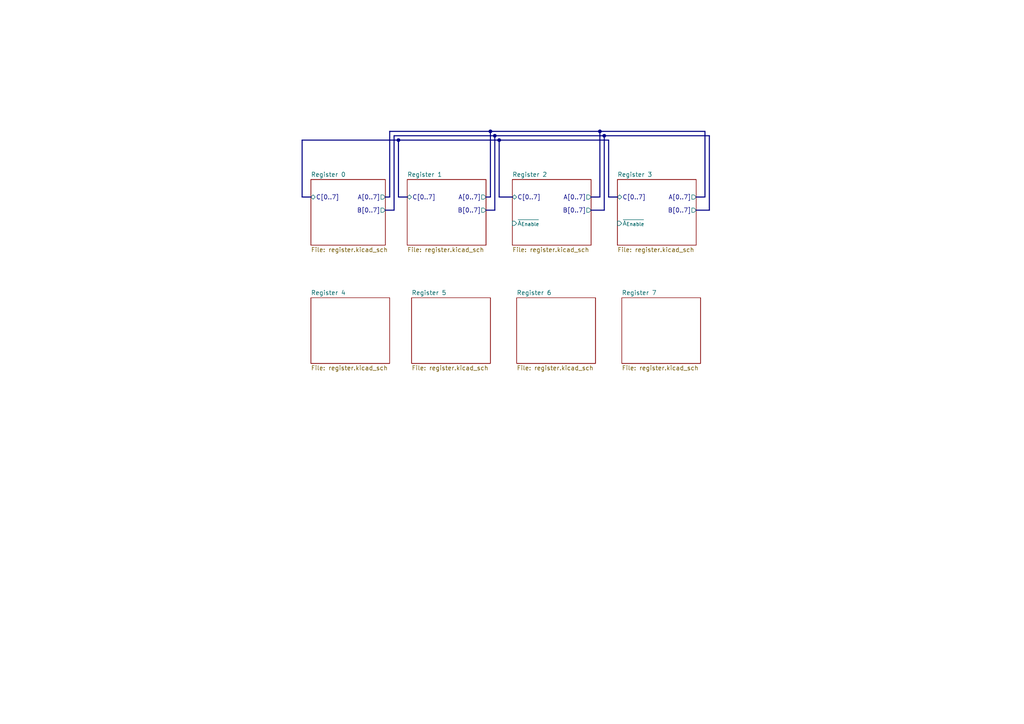
<source format=kicad_sch>
(kicad_sch (version 20230121) (generator eeschema)
  (paper "A4")
  (lib_symbols)
  (junction (at 115.57 40.64))
  (junction (at 175.26 39.37))
  (junction (at 144.78 40.64))
  (junction (at 173.99 38.1))
  (junction (at 143.51 39.37))
  (junction (at 142.24 38.1))
  (bus (pts (xy 111.76 57.15) (xy 113.03 57.15)))
  (bus (pts (xy 175.26 60.96) (xy 171.45 60.96)))
  (bus (pts (xy 115.57 40.64) (xy 87.63 40.64)))
  (bus (pts (xy 118.11 57.15) (xy 115.57 57.15)))
  (bus (pts (xy 175.26 39.37) (xy 175.26 60.96)))
  (bus (pts (xy 87.63 57.15) (xy 90.17 57.15)))
  (bus (pts (xy 176.53 40.64) (xy 176.53 57.15)))
  (bus (pts (xy 142.24 38.1) (xy 142.24 57.15)))
  (bus (pts (xy 204.47 57.15) (xy 201.93 57.15)))
  (bus (pts (xy 111.76 60.96) (xy 114.3 60.96)))
  (bus (pts (xy 205.74 39.37) (xy 205.74 60.96)))
  (bus (pts (xy 114.3 39.37) (xy 143.51 39.37)))
  (bus (pts (xy 113.03 57.15) (xy 113.03 38.1)))
  (bus (pts (xy 144.78 40.64) (xy 144.78 57.15)))
  (bus (pts (xy 87.63 40.64) (xy 87.63 57.15)))
  (bus (pts (xy 115.57 40.64) (xy 144.78 40.64)))
  (bus (pts (xy 115.57 57.15) (xy 115.57 40.64)))
  (bus (pts (xy 113.03 38.1) (xy 142.24 38.1)))
  (bus (pts (xy 143.51 39.37) (xy 143.51 60.96)))
  (bus (pts (xy 176.53 57.15) (xy 179.07 57.15)))
  (bus (pts (xy 114.3 60.96) (xy 114.3 39.37)))
  (bus (pts (xy 144.78 40.64) (xy 176.53 40.64)))
  (bus (pts (xy 143.51 60.96) (xy 140.97 60.96)))
  (bus (pts (xy 173.99 57.15) (xy 173.99 38.1)))
  (bus (pts (xy 144.78 57.15) (xy 148.59 57.15)))
  (bus (pts (xy 205.74 60.96) (xy 201.93 60.96)))
  (bus (pts (xy 204.47 38.1) (xy 204.47 57.15)))
  (bus (pts (xy 175.26 39.37) (xy 205.74 39.37)))
  (bus (pts (xy 143.51 39.37) (xy 175.26 39.37)))
  (bus (pts (xy 142.24 57.15) (xy 140.97 57.15)))
  (bus (pts (xy 173.99 38.1) (xy 204.47 38.1)))
  (bus (pts (xy 173.99 38.1) (xy 142.24 38.1)))
  (bus (pts (xy 171.45 57.15) (xy 173.99 57.15)))
  (sheet (at 148.59 52.07) (size 22.86 19.05) (stroke (width 0.1524))
    (property "Sheetname" "Register 2" (at 148.59 51.3584 0) (effects (justify left bottom)))
    (property "Sheetfile" "register.kicad_sch" (at 148.59 71.7046 0) (effects (justify left top)))
    (pin "B[0..7]" output (at 171.45 60.96 0))
    (pin "C[0..7]" bidirectional (at 148.59 57.15 180))
    (pin "~{A_{Enable}}" input (at 148.59 64.77 180))
    (pin "A[0..7]" output (at 171.45 57.15 0))
  )
  (sheet (at 119.38 86.36) (size 22.86 19.05) (stroke (width 0.1524))
    (property "Sheetname" "Register 5" (at 119.38 85.6484 0) (effects (justify left bottom)))
    (property "Sheetfile" "register.kicad_sch" (at 119.38 105.9946 0) (effects (justify left top)))
  )
  (sheet (at 118.11 52.07) (size 22.86 19.05) (stroke (width 0.1524))
    (property "Sheetname" "Register 1" (at 118.11 51.3584 0) (effects (justify left bottom)))
    (property "Sheetfile" "register.kicad_sch" (at 118.11 71.7046 0) (effects (justify left top)))
    (pin "C[0..7]" bidirectional (at 118.11 57.15 180))
    (pin "A[0..7]" output (at 140.97 57.15 0))
    (pin "B[0..7]" output (at 140.97 60.96 0))
  )
  (sheet (at 90.17 52.07) (size 21.59 19.05) (stroke (width 0.1524))
    (property "Sheetname" "Register 0" (at 90.17 51.3584 0) (effects (justify left bottom)))
    (property "Sheetfile" "register.kicad_sch" (at 90.17 71.7046 0) (effects (justify left top)))
    (pin "C[0..7]" bidirectional (at 90.17 57.15 180))
    (pin "A[0..7]" output (at 111.76 57.15 0))
    (pin "B[0..7]" output (at 111.76 60.96 0))
  )
  (sheet (at 180.34 86.36) (size 22.86 19.05) (stroke (width 0.1524))
    (property "Sheetname" "Register 7" (at 180.34 85.6484 0) (effects (justify left bottom)))
    (property "Sheetfile" "register.kicad_sch" (at 180.34 105.9946 0) (effects (justify left top)))
  )
  (sheet (at 149.86 86.36) (size 22.86 19.05) (stroke (width 0.1524))
    (property "Sheetname" "Register 6" (at 149.86 85.6484 0) (effects (justify left bottom)))
    (property "Sheetfile" "register.kicad_sch" (at 149.86 105.9946 0) (effects (justify left top)))
  )
  (sheet (at 90.17 86.36) (size 22.86 19.05) (stroke (width 0.1524))
    (property "Sheetname" "Register 4" (at 90.17 85.6484 0) (effects (justify left bottom)))
    (property "Sheetfile" "register.kicad_sch" (at 90.17 105.9946 0) (effects (justify left top)))
  )
  (sheet (at 179.07 52.07) (size 22.86 19.05) (stroke (width 0.1524))
    (property "Sheetname" "Register 3" (at 179.07 51.3584 0) (effects (justify left bottom)))
    (property "Sheetfile" "register.kicad_sch" (at 179.07 71.7046 0) (effects (justify left top)))
    (pin "B[0..7]" output (at 201.93 60.96 0))
    (pin "C[0..7]" bidirectional (at 179.07 57.15 180))
    (pin "~{A_{Enable}}" input (at 179.07 64.77 180))
    (pin "A[0..7]" output (at 201.93 57.15 0))
  )
)
</source>
